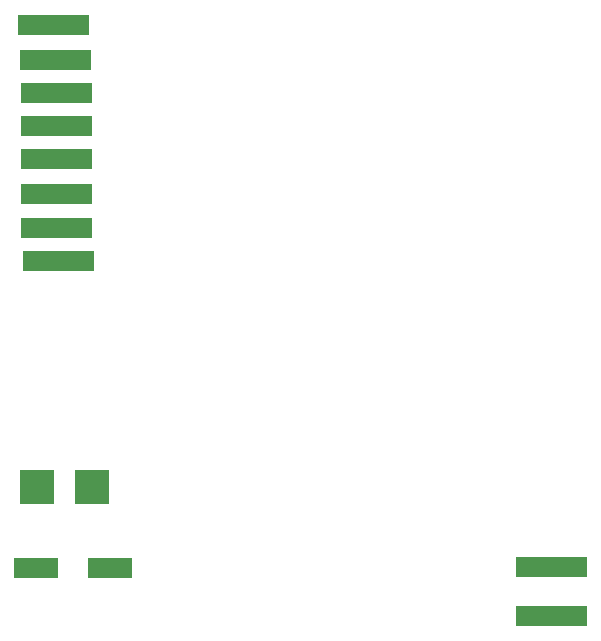
<source format=gbr>
G04 #@! TF.FileFunction,Soldermask,Top*
%FSLAX46Y46*%
G04 Gerber Fmt 4.6, Leading zero omitted, Abs format (unit mm)*
G04 Created by KiCad (PCBNEW 4.0.6) date 05/07/17 20:55:24*
%MOMM*%
%LPD*%
G01*
G04 APERTURE LIST*
%ADD10C,0.100000*%
%ADD11C,1.500000*%
%ADD12R,1.035000X1.670000*%
%ADD13R,3.700000X1.700000*%
%ADD14R,2.940000X2.940000*%
G04 APERTURE END LIST*
D10*
D11*
X78462700Y-125832900D03*
D12*
X78843700Y-125832900D03*
X79478700Y-125832900D03*
X78208700Y-125832900D03*
X77573700Y-125832900D03*
X76938700Y-125832900D03*
X80075600Y-125832900D03*
X80672500Y-125832900D03*
X76316400Y-125832900D03*
X75694100Y-125832900D03*
D11*
X78444500Y-129966900D03*
D12*
X78825500Y-129966900D03*
X79460500Y-129966900D03*
X78190500Y-129966900D03*
X77555500Y-129966900D03*
X76920500Y-129966900D03*
X80057400Y-129966900D03*
X80654300Y-129966900D03*
X76298200Y-129966900D03*
X75675900Y-129966900D03*
D11*
X36267100Y-79918900D03*
D12*
X36648100Y-79918900D03*
X37283100Y-79918900D03*
X36013100Y-79918900D03*
X35378100Y-79918900D03*
X34743100Y-79918900D03*
X37880000Y-79918900D03*
X38476900Y-79918900D03*
X34120800Y-79918900D03*
X33498500Y-79918900D03*
D11*
X36453100Y-82863900D03*
D12*
X36834100Y-82863900D03*
X37469100Y-82863900D03*
X36199100Y-82863900D03*
X35564100Y-82863900D03*
X34929100Y-82863900D03*
X38066000Y-82863900D03*
X38662900Y-82863900D03*
X34306800Y-82863900D03*
X33684500Y-82863900D03*
D11*
X36565100Y-91288900D03*
D12*
X36946100Y-91288900D03*
X37581100Y-91288900D03*
X36311100Y-91288900D03*
X35676100Y-91288900D03*
X35041100Y-91288900D03*
X38178000Y-91288900D03*
X38774900Y-91288900D03*
X34418800Y-91288900D03*
X33796500Y-91288900D03*
D11*
X36554100Y-94266900D03*
D12*
X36935100Y-94266900D03*
X37570100Y-94266900D03*
X36300100Y-94266900D03*
X35665100Y-94266900D03*
X35030100Y-94266900D03*
X38167000Y-94266900D03*
X38763900Y-94266900D03*
X34407800Y-94266900D03*
X33785500Y-94266900D03*
D11*
X36532100Y-85706900D03*
D12*
X36913100Y-85706900D03*
X37548100Y-85706900D03*
X36278100Y-85706900D03*
X35643100Y-85706900D03*
X35008100Y-85706900D03*
X38145000Y-85706900D03*
X38741900Y-85706900D03*
X34385800Y-85706900D03*
X33763500Y-85706900D03*
D11*
X36704100Y-99946900D03*
D12*
X37085100Y-99946900D03*
X37720100Y-99946900D03*
X36450100Y-99946900D03*
X35815100Y-99946900D03*
X35180100Y-99946900D03*
X38317000Y-99946900D03*
X38913900Y-99946900D03*
X34557800Y-99946900D03*
X33935500Y-99946900D03*
D11*
X36555100Y-97130900D03*
D12*
X36936100Y-97130900D03*
X37571100Y-97130900D03*
X36301100Y-97130900D03*
X35666100Y-97130900D03*
X35031100Y-97130900D03*
X38168000Y-97130900D03*
X38764900Y-97130900D03*
X34408800Y-97130900D03*
X33786500Y-97130900D03*
D11*
X36569100Y-88491900D03*
D12*
X36950100Y-88491900D03*
X37585100Y-88491900D03*
X36315100Y-88491900D03*
X35680100Y-88491900D03*
X35045100Y-88491900D03*
X38182000Y-88491900D03*
X38778900Y-88491900D03*
X34422800Y-88491900D03*
X33800500Y-88491900D03*
D13*
X40803100Y-125882900D03*
X34553100Y-125882900D03*
D14*
X34582600Y-119081900D03*
X39281600Y-119081900D03*
M02*

</source>
